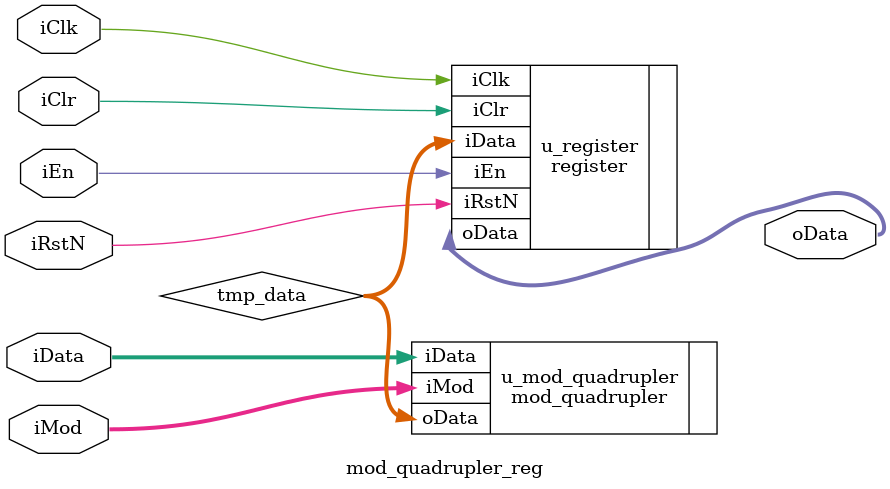
<source format=v>
`ifndef mod_quadrupler_reg
`define mod_quadrupler_reg

`include "mod_quadrupler.v"
`include "register.v"

module mod_quadrupler_reg #(
    parameter BITWIDTH = 32
)(
    input wire iClk,
    input wire iRstN,
    input wire iEn,
    input wire iClr,
    input wire [BITWIDTH-1 : 0] iData,
    input wire [BITWIDTH-1 : 0] iMod,
    output wire [BITWIDTH-1 : 0] oData
);

    wire [BITWIDTH-1 : 0] tmp_data;

    mod_quadrupler #(
        .BITWIDTH(BITWIDTH)
    ) u_mod_quadrupler (
        .iData(iData),
        .iMod(iMod),
        .oData(tmp_data)
    );

    register #(
        .BITWIDTH(BITWIDTH)
    ) u_register (
        .iClk(iClk),
        .iRstN(iRstN),
        .iEn(iEn),
        .iClr(iClr),
        .iData(tmp_data),
        .oData(oData)
    );

endmodule

`endif

</source>
